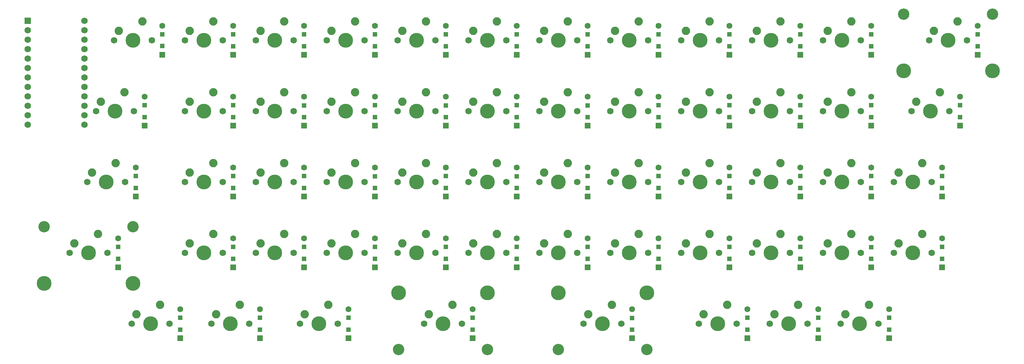
<source format=gbr>
G04 #@! TF.GenerationSoftware,KiCad,Pcbnew,5.1.9-73d0e3b20d~88~ubuntu18.04.1*
G04 #@! TF.CreationDate,2021-02-07T21:55:21-06:00*
G04 #@! TF.ProjectId,keyboard,6b657962-6f61-4726-942e-6b696361645f,rev?*
G04 #@! TF.SameCoordinates,Original*
G04 #@! TF.FileFunction,Soldermask,Bot*
G04 #@! TF.FilePolarity,Negative*
%FSLAX46Y46*%
G04 Gerber Fmt 4.6, Leading zero omitted, Abs format (unit mm)*
G04 Created by KiCad (PCBNEW 5.1.9-73d0e3b20d~88~ubuntu18.04.1) date 2021-02-07 21:55:21*
%MOMM*%
%LPD*%
G01*
G04 APERTURE LIST*
%ADD10C,2.250000*%
%ADD11C,3.987800*%
%ADD12C,1.750000*%
%ADD13C,3.048000*%
%ADD14C,1.752600*%
%ADD15R,1.752600X1.752600*%
%ADD16C,1.600000*%
%ADD17R,1.600000X1.600000*%
%ADD18R,1.200000X1.200000*%
G04 APERTURE END LIST*
D10*
X220821250Y-123507500D03*
D11*
X218281250Y-128587500D03*
D10*
X214471250Y-126047500D03*
D12*
X213201250Y-128587500D03*
X223361250Y-128587500D03*
D13*
X206375000Y-135572500D03*
X230187500Y-135572500D03*
D11*
X206375000Y-120332500D03*
X230187500Y-120332500D03*
D10*
X177958750Y-123507500D03*
D11*
X175418750Y-128587500D03*
D10*
X171608750Y-126047500D03*
D12*
X170338750Y-128587500D03*
X180498750Y-128587500D03*
D13*
X163512500Y-135572500D03*
X187325000Y-135572500D03*
D11*
X163512500Y-120332500D03*
X187325000Y-120332500D03*
D10*
X82708750Y-104457500D03*
D11*
X80168750Y-109537500D03*
D10*
X76358750Y-106997500D03*
D12*
X75088750Y-109537500D03*
X85248750Y-109537500D03*
D13*
X68262500Y-102552500D03*
X92075000Y-102552500D03*
D11*
X68262500Y-117792500D03*
X92075000Y-117792500D03*
D10*
X151765000Y-85407500D03*
D11*
X149225000Y-90487500D03*
D10*
X145415000Y-87947500D03*
D12*
X144145000Y-90487500D03*
X154305000Y-90487500D03*
D14*
X79057500Y-47148750D03*
X63817500Y-75088750D03*
X79057500Y-49688750D03*
X79057500Y-52228750D03*
X79057500Y-54768750D03*
X79057500Y-57308750D03*
X79057500Y-59848750D03*
X79057500Y-62388750D03*
X79057500Y-64928750D03*
X79057500Y-67468750D03*
X79057500Y-70008750D03*
X79057500Y-72548750D03*
X79057500Y-75088750D03*
X63817500Y-72548750D03*
X63817500Y-70008750D03*
X63817500Y-67468750D03*
X63817500Y-64928750D03*
X63817500Y-62388750D03*
X63817500Y-59848750D03*
X63817500Y-57308750D03*
X63817500Y-54768750D03*
X63817500Y-52228750D03*
X63817500Y-49688750D03*
D15*
X63817500Y-47148750D03*
D10*
X113665000Y-104457500D03*
D11*
X111125000Y-109537500D03*
D10*
X107315000Y-106997500D03*
D12*
X106045000Y-109537500D03*
X116205000Y-109537500D03*
D10*
X266065000Y-66357500D03*
D11*
X263525000Y-71437500D03*
D10*
X259715000Y-68897500D03*
D12*
X258445000Y-71437500D03*
X268605000Y-71437500D03*
D10*
X132715000Y-104457500D03*
D11*
X130175000Y-109537500D03*
D10*
X126365000Y-106997500D03*
D12*
X125095000Y-109537500D03*
X135255000Y-109537500D03*
D10*
X132715000Y-66357500D03*
D11*
X130175000Y-71437500D03*
D10*
X126365000Y-68897500D03*
D12*
X125095000Y-71437500D03*
X135255000Y-71437500D03*
D10*
X170815000Y-104457500D03*
D11*
X168275000Y-109537500D03*
D10*
X164465000Y-106997500D03*
D12*
X163195000Y-109537500D03*
X173355000Y-109537500D03*
D10*
X247015000Y-66357500D03*
D11*
X244475000Y-71437500D03*
D10*
X240665000Y-68897500D03*
D12*
X239395000Y-71437500D03*
X249555000Y-71437500D03*
D10*
X89852500Y-66357500D03*
D11*
X87312500Y-71437500D03*
D10*
X83502500Y-68897500D03*
D12*
X82232500Y-71437500D03*
X92392500Y-71437500D03*
D10*
X170815000Y-85407500D03*
D11*
X168275000Y-90487500D03*
D10*
X164465000Y-87947500D03*
D12*
X163195000Y-90487500D03*
X173355000Y-90487500D03*
D10*
X120808750Y-123507500D03*
D11*
X118268750Y-128587500D03*
D10*
X114458750Y-126047500D03*
D12*
X113188750Y-128587500D03*
X123348750Y-128587500D03*
D10*
X285115000Y-104457500D03*
D11*
X282575000Y-109537500D03*
D10*
X278765000Y-106997500D03*
D12*
X277495000Y-109537500D03*
X287655000Y-109537500D03*
D10*
X285115000Y-66357500D03*
D11*
X282575000Y-71437500D03*
D10*
X278765000Y-68897500D03*
D12*
X277495000Y-71437500D03*
X287655000Y-71437500D03*
D10*
X132715000Y-85407500D03*
D11*
X130175000Y-90487500D03*
D10*
X126365000Y-87947500D03*
D12*
X125095000Y-90487500D03*
X135255000Y-90487500D03*
D10*
X304165000Y-85407500D03*
D11*
X301625000Y-90487500D03*
D10*
X297815000Y-87947500D03*
D12*
X296545000Y-90487500D03*
X306705000Y-90487500D03*
D10*
X113665000Y-66357500D03*
D11*
X111125000Y-71437500D03*
D10*
X107315000Y-68897500D03*
D12*
X106045000Y-71437500D03*
X116205000Y-71437500D03*
D10*
X170815000Y-66357500D03*
D11*
X168275000Y-71437500D03*
D10*
X164465000Y-68897500D03*
D12*
X163195000Y-71437500D03*
X173355000Y-71437500D03*
D10*
X289877500Y-123507500D03*
D11*
X287337500Y-128587500D03*
D10*
X283527500Y-126047500D03*
D12*
X282257500Y-128587500D03*
X292417500Y-128587500D03*
D10*
X285115000Y-85407500D03*
D11*
X282575000Y-90487500D03*
D10*
X278765000Y-87947500D03*
D12*
X277495000Y-90487500D03*
X287655000Y-90487500D03*
D10*
X227965000Y-85407500D03*
D11*
X225425000Y-90487500D03*
D10*
X221615000Y-87947500D03*
D12*
X220345000Y-90487500D03*
X230505000Y-90487500D03*
D10*
X251777500Y-123507500D03*
D11*
X249237500Y-128587500D03*
D10*
X245427500Y-126047500D03*
D12*
X244157500Y-128587500D03*
X254317500Y-128587500D03*
D10*
X227965000Y-104457500D03*
D11*
X225425000Y-109537500D03*
D10*
X221615000Y-106997500D03*
D12*
X220345000Y-109537500D03*
X230505000Y-109537500D03*
D10*
X227965000Y-66357500D03*
D11*
X225425000Y-71437500D03*
D10*
X221615000Y-68897500D03*
D12*
X220345000Y-71437500D03*
X230505000Y-71437500D03*
D10*
X208915000Y-104457500D03*
D11*
X206375000Y-109537500D03*
D10*
X202565000Y-106997500D03*
D12*
X201295000Y-109537500D03*
X211455000Y-109537500D03*
D10*
X208915000Y-66357500D03*
D11*
X206375000Y-71437500D03*
D10*
X202565000Y-68897500D03*
D12*
X201295000Y-71437500D03*
X211455000Y-71437500D03*
D10*
X266065000Y-85407500D03*
D11*
X263525000Y-90487500D03*
D10*
X259715000Y-87947500D03*
D12*
X258445000Y-90487500D03*
X268605000Y-90487500D03*
D10*
X208915000Y-85407500D03*
D11*
X206375000Y-90487500D03*
D10*
X202565000Y-87947500D03*
D12*
X201295000Y-90487500D03*
X211455000Y-90487500D03*
D10*
X189865000Y-66357500D03*
D11*
X187325000Y-71437500D03*
D10*
X183515000Y-68897500D03*
D12*
X182245000Y-71437500D03*
X192405000Y-71437500D03*
D10*
X151765000Y-66357500D03*
D11*
X149225000Y-71437500D03*
D10*
X145415000Y-68897500D03*
D12*
X144145000Y-71437500D03*
X154305000Y-71437500D03*
D10*
X94615000Y-47307500D03*
D11*
X92075000Y-52387500D03*
D10*
X88265000Y-49847500D03*
D12*
X86995000Y-52387500D03*
X97155000Y-52387500D03*
D10*
X270827500Y-123507500D03*
D11*
X268287500Y-128587500D03*
D10*
X264477500Y-126047500D03*
D12*
X263207500Y-128587500D03*
X273367500Y-128587500D03*
D10*
X247015000Y-85407500D03*
D11*
X244475000Y-90487500D03*
D10*
X240665000Y-87947500D03*
D12*
X239395000Y-90487500D03*
X249555000Y-90487500D03*
D10*
X266065000Y-104457500D03*
D11*
X263525000Y-109537500D03*
D10*
X259715000Y-106997500D03*
D12*
X258445000Y-109537500D03*
X268605000Y-109537500D03*
D10*
X189865000Y-85407500D03*
D11*
X187325000Y-90487500D03*
D10*
X183515000Y-87947500D03*
D12*
X182245000Y-90487500D03*
X192405000Y-90487500D03*
D10*
X87471250Y-85407500D03*
D11*
X84931250Y-90487500D03*
D10*
X81121250Y-87947500D03*
D12*
X79851250Y-90487500D03*
X90011250Y-90487500D03*
D10*
X247015000Y-104457500D03*
D11*
X244475000Y-109537500D03*
D10*
X240665000Y-106997500D03*
D12*
X239395000Y-109537500D03*
X249555000Y-109537500D03*
D10*
X99377500Y-123507500D03*
D11*
X96837500Y-128587500D03*
D10*
X93027500Y-126047500D03*
D12*
X91757500Y-128587500D03*
X101917500Y-128587500D03*
D10*
X151765000Y-104457500D03*
D11*
X149225000Y-109537500D03*
D10*
X145415000Y-106997500D03*
D12*
X144145000Y-109537500D03*
X154305000Y-109537500D03*
D10*
X308927500Y-66357500D03*
D11*
X306387500Y-71437500D03*
D10*
X302577500Y-68897500D03*
D12*
X301307500Y-71437500D03*
X311467500Y-71437500D03*
D10*
X313690000Y-47307500D03*
D11*
X311150000Y-52387500D03*
D10*
X307340000Y-49847500D03*
D12*
X306070000Y-52387500D03*
X316230000Y-52387500D03*
D13*
X299243750Y-45402500D03*
X323056250Y-45402500D03*
D11*
X299243750Y-60642500D03*
X323056250Y-60642500D03*
D10*
X189865000Y-104457500D03*
D11*
X187325000Y-109537500D03*
D10*
X183515000Y-106997500D03*
D12*
X182245000Y-109537500D03*
X192405000Y-109537500D03*
D10*
X144621250Y-123507500D03*
D11*
X142081250Y-128587500D03*
D10*
X138271250Y-126047500D03*
D12*
X137001250Y-128587500D03*
X147161250Y-128587500D03*
D10*
X113665000Y-85407500D03*
D11*
X111125000Y-90487500D03*
D10*
X107315000Y-87947500D03*
D12*
X106045000Y-90487500D03*
X116205000Y-90487500D03*
D10*
X304165000Y-104457500D03*
D11*
X301625000Y-109537500D03*
D10*
X297815000Y-106997500D03*
D12*
X296545000Y-109537500D03*
X306705000Y-109537500D03*
D10*
X266065000Y-47307500D03*
D11*
X263525000Y-52387500D03*
D10*
X259715000Y-49847500D03*
D12*
X258445000Y-52387500D03*
X268605000Y-52387500D03*
D10*
X247015000Y-47307500D03*
D11*
X244475000Y-52387500D03*
D10*
X240665000Y-49847500D03*
D12*
X239395000Y-52387500D03*
X249555000Y-52387500D03*
D10*
X227965000Y-47307500D03*
D11*
X225425000Y-52387500D03*
D10*
X221615000Y-49847500D03*
D12*
X220345000Y-52387500D03*
X230505000Y-52387500D03*
D10*
X208915000Y-47307500D03*
D11*
X206375000Y-52387500D03*
D10*
X202565000Y-49847500D03*
D12*
X201295000Y-52387500D03*
X211455000Y-52387500D03*
D10*
X189865000Y-47307500D03*
D11*
X187325000Y-52387500D03*
D10*
X183515000Y-49847500D03*
D12*
X182245000Y-52387500D03*
X192405000Y-52387500D03*
D10*
X170815000Y-47307500D03*
D11*
X168275000Y-52387500D03*
D10*
X164465000Y-49847500D03*
D12*
X163195000Y-52387500D03*
X173355000Y-52387500D03*
D10*
X151765000Y-47307500D03*
D11*
X149225000Y-52387500D03*
D10*
X145415000Y-49847500D03*
D12*
X144145000Y-52387500D03*
X154305000Y-52387500D03*
D10*
X132715000Y-47307500D03*
D11*
X130175000Y-52387500D03*
D10*
X126365000Y-49847500D03*
D12*
X125095000Y-52387500D03*
X135255000Y-52387500D03*
D10*
X113665000Y-47307500D03*
D11*
X111125000Y-52387500D03*
D10*
X107315000Y-49847500D03*
D12*
X106045000Y-52387500D03*
X116205000Y-52387500D03*
D10*
X285115000Y-47307500D03*
D11*
X282575000Y-52387500D03*
D10*
X278765000Y-49847500D03*
D12*
X277495000Y-52387500D03*
X287655000Y-52387500D03*
D16*
X119062500Y-105637500D03*
D17*
X119062500Y-113437500D03*
D18*
X119062500Y-111112500D03*
X119062500Y-107962500D03*
D16*
X271462500Y-67537500D03*
D17*
X271462500Y-75337500D03*
D18*
X271462500Y-73012500D03*
X271462500Y-69862500D03*
D16*
X138112500Y-105637500D03*
D17*
X138112500Y-113437500D03*
D18*
X138112500Y-111112500D03*
X138112500Y-107962500D03*
D16*
X138112500Y-67550000D03*
D17*
X138112500Y-75350000D03*
D18*
X138112500Y-73025000D03*
X138112500Y-69875000D03*
D16*
X176212500Y-105637500D03*
D17*
X176212500Y-113437500D03*
D18*
X176212500Y-111112500D03*
X176212500Y-107962500D03*
D16*
X252412500Y-67537500D03*
D17*
X252412500Y-75337500D03*
D18*
X252412500Y-73012500D03*
X252412500Y-69862500D03*
D16*
X95250000Y-67537500D03*
D17*
X95250000Y-75337500D03*
D18*
X95250000Y-73012500D03*
X95250000Y-69862500D03*
D16*
X176212500Y-86587500D03*
D17*
X176212500Y-94387500D03*
D18*
X176212500Y-92062500D03*
X176212500Y-88912500D03*
D16*
X126206250Y-124687500D03*
D17*
X126206250Y-132487500D03*
D18*
X126206250Y-130162500D03*
X126206250Y-127012500D03*
D16*
X183356250Y-124687500D03*
D17*
X183356250Y-132487500D03*
D18*
X183356250Y-130162500D03*
X183356250Y-127012500D03*
D16*
X226218750Y-124700000D03*
D17*
X226218750Y-132500000D03*
D18*
X226218750Y-130175000D03*
X226218750Y-127025000D03*
D16*
X290512500Y-105650000D03*
D17*
X290512500Y-113450000D03*
D18*
X290512500Y-111125000D03*
X290512500Y-107975000D03*
D16*
X88106250Y-105637500D03*
D17*
X88106250Y-113437500D03*
D18*
X88106250Y-111112500D03*
X88106250Y-107962500D03*
D16*
X290512500Y-67537500D03*
D17*
X290512500Y-75337500D03*
D18*
X290512500Y-73012500D03*
X290512500Y-69862500D03*
D16*
X157162500Y-86600000D03*
D17*
X157162500Y-94400000D03*
D18*
X157162500Y-92075000D03*
X157162500Y-88925000D03*
D16*
X138112500Y-86587500D03*
D17*
X138112500Y-94387500D03*
D18*
X138112500Y-92062500D03*
X138112500Y-88912500D03*
D16*
X309562500Y-86587500D03*
D17*
X309562500Y-94387500D03*
D18*
X309562500Y-92062500D03*
X309562500Y-88912500D03*
D16*
X119062500Y-67537500D03*
D17*
X119062500Y-75337500D03*
D18*
X119062500Y-73012500D03*
X119062500Y-69862500D03*
D16*
X176212500Y-67550000D03*
D17*
X176212500Y-75350000D03*
D18*
X176212500Y-73025000D03*
X176212500Y-69875000D03*
D16*
X295275000Y-124687500D03*
D17*
X295275000Y-132487500D03*
D18*
X295275000Y-130162500D03*
X295275000Y-127012500D03*
D16*
X290512500Y-86587500D03*
D17*
X290512500Y-94387500D03*
D18*
X290512500Y-92062500D03*
X290512500Y-88912500D03*
D16*
X233362500Y-86587500D03*
D17*
X233362500Y-94387500D03*
D18*
X233362500Y-92062500D03*
X233362500Y-88912500D03*
D16*
X257175000Y-124687500D03*
D17*
X257175000Y-132487500D03*
D18*
X257175000Y-130162500D03*
X257175000Y-127012500D03*
D16*
X233362500Y-105637500D03*
D17*
X233362500Y-113437500D03*
D18*
X233362500Y-111112500D03*
X233362500Y-107962500D03*
D16*
X233362500Y-67537500D03*
D17*
X233362500Y-75337500D03*
D18*
X233362500Y-73012500D03*
X233362500Y-69862500D03*
D16*
X214312500Y-105637500D03*
D17*
X214312500Y-113437500D03*
D18*
X214312500Y-111112500D03*
X214312500Y-107962500D03*
D16*
X214312500Y-67550000D03*
D17*
X214312500Y-75350000D03*
D18*
X214312500Y-73025000D03*
X214312500Y-69875000D03*
D16*
X271462500Y-86587500D03*
D17*
X271462500Y-94387500D03*
D18*
X271462500Y-92062500D03*
X271462500Y-88912500D03*
D16*
X214312500Y-86587500D03*
D17*
X214312500Y-94387500D03*
D18*
X214312500Y-92062500D03*
X214312500Y-88912500D03*
D16*
X195262500Y-67537500D03*
D17*
X195262500Y-75337500D03*
D18*
X195262500Y-73012500D03*
X195262500Y-69862500D03*
D16*
X157162500Y-67537500D03*
D17*
X157162500Y-75337500D03*
D18*
X157162500Y-73012500D03*
X157162500Y-69862500D03*
D16*
X100012500Y-48475000D03*
D17*
X100012500Y-56275000D03*
D18*
X100012500Y-53950000D03*
X100012500Y-50800000D03*
D16*
X276225000Y-124687500D03*
D17*
X276225000Y-132487500D03*
D18*
X276225000Y-130162500D03*
X276225000Y-127012500D03*
D16*
X252412500Y-86587500D03*
D17*
X252412500Y-94387500D03*
D18*
X252412500Y-92062500D03*
X252412500Y-88912500D03*
D16*
X271462500Y-105637500D03*
D17*
X271462500Y-113437500D03*
D18*
X271462500Y-111112500D03*
X271462500Y-107962500D03*
D16*
X195262500Y-86600000D03*
D17*
X195262500Y-94400000D03*
D18*
X195262500Y-92075000D03*
X195262500Y-88925000D03*
D16*
X92868750Y-86587500D03*
D17*
X92868750Y-94387500D03*
D18*
X92868750Y-92062500D03*
X92868750Y-88912500D03*
D16*
X252412500Y-105637500D03*
D17*
X252412500Y-113437500D03*
D18*
X252412500Y-111112500D03*
X252412500Y-107962500D03*
D16*
X104775000Y-124687500D03*
D17*
X104775000Y-132487500D03*
D18*
X104775000Y-130162500D03*
X104775000Y-127012500D03*
D16*
X157162500Y-105637500D03*
D17*
X157162500Y-113437500D03*
D18*
X157162500Y-111112500D03*
X157162500Y-107962500D03*
D16*
X314325000Y-67537500D03*
D17*
X314325000Y-75337500D03*
D18*
X314325000Y-73012500D03*
X314325000Y-69862500D03*
D16*
X319087500Y-48487500D03*
D17*
X319087500Y-56287500D03*
D18*
X319087500Y-53962500D03*
X319087500Y-50812500D03*
D16*
X195262500Y-105637500D03*
D17*
X195262500Y-113437500D03*
D18*
X195262500Y-111112500D03*
X195262500Y-107962500D03*
D16*
X150018750Y-124687500D03*
D17*
X150018750Y-132487500D03*
D18*
X150018750Y-130162500D03*
X150018750Y-127012500D03*
D16*
X119062500Y-86587500D03*
D17*
X119062500Y-94387500D03*
D18*
X119062500Y-92062500D03*
X119062500Y-88912500D03*
D16*
X309562500Y-105637500D03*
D17*
X309562500Y-113437500D03*
D18*
X309562500Y-111112500D03*
X309562500Y-107962500D03*
D16*
X271462500Y-48487500D03*
D17*
X271462500Y-56287500D03*
D18*
X271462500Y-53962500D03*
X271462500Y-50812500D03*
D16*
X252412500Y-48487500D03*
D17*
X252412500Y-56287500D03*
D18*
X252412500Y-53962500D03*
X252412500Y-50812500D03*
D16*
X233362500Y-48487500D03*
D17*
X233362500Y-56287500D03*
D18*
X233362500Y-53962500D03*
X233362500Y-50812500D03*
D16*
X214312500Y-48487500D03*
D17*
X214312500Y-56287500D03*
D18*
X214312500Y-53962500D03*
X214312500Y-50812500D03*
D16*
X195262500Y-48487500D03*
D17*
X195262500Y-56287500D03*
D18*
X195262500Y-53962500D03*
X195262500Y-50812500D03*
D16*
X176212500Y-48487500D03*
D17*
X176212500Y-56287500D03*
D18*
X176212500Y-53962500D03*
X176212500Y-50812500D03*
D16*
X157162500Y-48487500D03*
D17*
X157162500Y-56287500D03*
D18*
X157162500Y-53962500D03*
X157162500Y-50812500D03*
D16*
X138112500Y-48487500D03*
D17*
X138112500Y-56287500D03*
D18*
X138112500Y-53962500D03*
X138112500Y-50812500D03*
D16*
X119062500Y-48487500D03*
D17*
X119062500Y-56287500D03*
D18*
X119062500Y-53962500D03*
X119062500Y-50812500D03*
D16*
X290512500Y-48487500D03*
D17*
X290512500Y-56287500D03*
D18*
X290512500Y-53962500D03*
X290512500Y-50812500D03*
M02*

</source>
